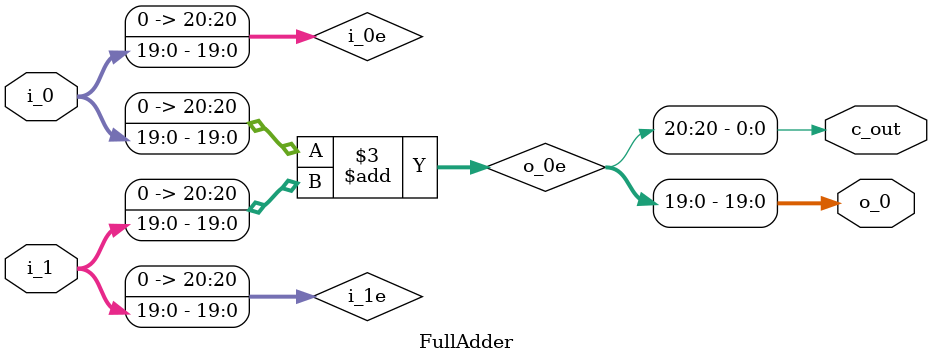
<source format=v>
`timescale 1 ns/1 ns
module FullAdder #(parameter N=19)(i_0,i_1,o_0,c_out);
  input [N:0] i_0,i_1;
  output [N:0] o_0;
  reg [N:0] o_0;
  output c_out;
  reg c_out;
  
  reg [N+1:0] i_0e,i_1e,o_0e;

  always @(i_0,i_1) begin
    o_0 <= i_0 + i_1;
    i_0e = {1'b0,i_0}; i_1e = {1'b0,i_1};
    o_0e = i_0e + i_1e;
    o_0 <= o_0e [N:0];
    c_out <= o_0e [N+1];
  end
endmodule

</source>
